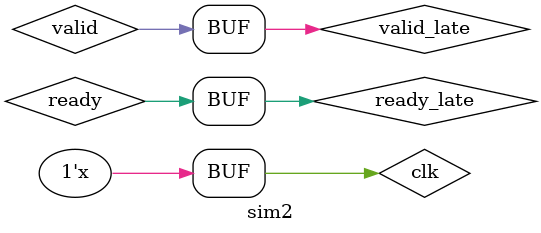
<source format=v>
`timescale 10ns / 100ps


module sim2(

    );
    
    wire  [31:0]data;
    wire  valid;
    wire  ready;
    wire  [31:0]data_show;
    reg rx_valid;
    reg tx_ready;
    reg rx_data_show;
    reg ready_late_reg;
    reg clk;

//    wire data_late;
    wire valid_late;
    wire ready_late;
    initial
    begin
        clk <= 1'd1;
    end
    always@(*)
    begin
        //cycle = 20ns, 50Mhz
        #5 clk <= ~clk;    
    end
   //#1 ~ #5Ã»ÎÊÌâ
   //ÒýÈë×ÜÏßÑÓÊ±
   assign  valid_late = valid;
   assign #2 ready_late = ready;
   always@(posedge clk)
   begin
        ready_late_reg <= ready_late;
   end

    tx2 tx_inst(
        .clk(clk),
        .data(data),
        .valid(valid),
        .ready(ready_late_reg)
    );
  
    rx rx_inst(
        .clk(clk),
        .data(data),
        .valid(valid),
        .ready(ready),
        .data_show(data_show)
    );
    
    
endmodule

</source>
